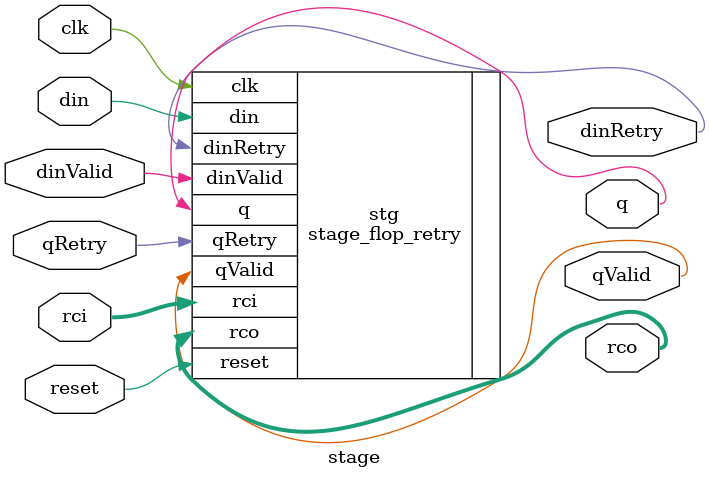
<source format=v>


/****************************************************************************
    Description:
      This is the top level retry stage.

****************************************************************************/

module stage
  #(parameter Size=1)
    (input             clk
     ,input            reset
     // Retry pipeline signals
     ,input  [Size-1:0]  din
     ,input            dinValid
     ,output           dinRetry

     ,output  [Size-1:0]  q
     ,input            qRetry
     ,output           qValid
     //Re-clocking signals
     ,input  [4:0]    rci 
     ,output [4:0]   rco
     );

stage_flop_retry #(.Size(Size)) stg
    (.clk          (clk)
    ,.reset        (reset)
     // Retry pipeline signals
    ,.din          (din)
    ,.dinValid     (dinValid)
    ,.dinRetry     (dinRetry)

    ,.q            (q)
    ,.qRetry       (qRetry)
    ,.qValid       (qValid)

     // Re-clocking signals
    ,.rci          (rci) 
    ,.rco          (rco)
    );

endmodule 


</source>
